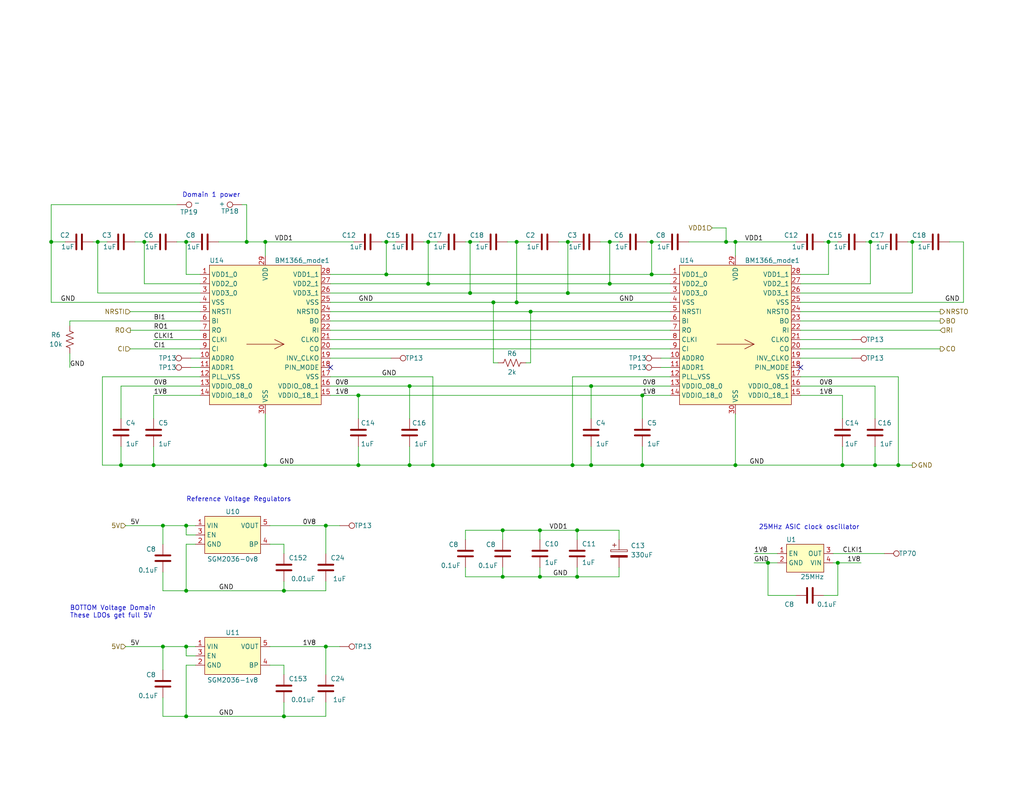
<source format=kicad_sch>
(kicad_sch (version 20231120) (generator "eeschema") (generator_version "8.0")
  (paper "A")
  (title_block (title "bitaxeHex") (date "2024-03-09") (rev "304"))
  (lib_symbols
    (symbol "BM1366_mode1_1"
      (property "Reference" "U14" (at 1.9559 24.13 0))
      (property "Value" "BM1366_mode1" (at 1.9559 21.59 0))
      (symbol "BM1366_mode1_1_0_1"
        (rectangle (start -15.24 20.32) (end 15.24 -17.78) (fill (type background)))
        (polyline (pts (xy 5.08 -1.27) (xy -5.08 -1.27)))
        (polyline (pts (xy 5.08 -1.27) (xy 2.54 -2.54)))
        (polyline (pts (xy 5.08 -1.27) (xy 2.54 0)))
      )
      (symbol "BM1366_mode1_1_1_1"
        (pin power_in line (at -17.78 17.78 0) (length 2.54) (name "VDD1_0") (number "1"))
        (pin input line (at -17.78 -5.08 0) (length 2.54) (name "ADDR0") (number "10"))
        (pin input line (at -17.78 -7.62 0) (length 2.54) (name "ADDR1") (number "11"))
        (pin power_in line (at -17.78 -10.16 0) (length 2.54) (name "PLL_VSS") (number "12"))
        (pin power_in line (at -17.78 -12.7 0) (length 2.54) (name "VDDIO_08_0") (number "13"))
        (pin power_in line (at -17.78 -15.24 0) (length 2.54) (name "VDDIO_18_0") (number "14"))
        (pin power_in line (at 17.78 -15.24 180) (length 2.54) (name "VDDIO_18_1") (number "15"))
        (pin power_in line (at 17.78 -12.7 180) (length 2.54) (name "VDDIO_08_1") (number "16"))
        (pin power_in line (at 17.78 -10.16 180) (length 2.54) (name "VSS") (number "17"))
        (pin input line (at 17.78 -7.62 180) (length 2.54) (name "PIN_MODE") (number "18"))
        (pin output line (at 17.78 -5.08 180) (length 2.54) (name "INV_CLKO") (number "19"))
        (pin power_in line (at -17.78 15.24 0) (length 2.54) (name "VDD2_0") (number "2"))
        (pin output line (at 17.78 -2.54 180) (length 2.54) (name "CO") (number "20"))
        (pin output line (at 17.78 0 180) (length 2.54) (name "CLKO") (number "21"))
        (pin input line (at 17.78 2.54 180) (length 2.54) (name "RI") (number "22"))
        (pin output line (at 17.78 5.08 180) (length 2.54) (name "BO") (number "23"))
        (pin output line (at 17.78 7.62 180) (length 2.54) (name "NRSTO") (number "24"))
        (pin power_in line (at 17.78 10.16 180) (length 2.54) (name "VSS") (number "25"))
        (pin power_in line (at 17.78 12.7 180) (length 2.54) (name "VDD3_1") (number "26"))
        (pin power_in line (at 17.78 15.24 180) (length 2.54) (name "VDD2_1") (number "27"))
        (pin power_in line (at 17.78 17.78 180) (length 2.54) (name "VDD1_1") (number "28"))
        (pin power_in line (at 0 22.86 270) (length 2.54) (name "VDD") (number "29"))
        (pin power_in line (at -17.78 12.7 0) (length 2.54) (name "VDD3_0") (number "3"))
        (pin power_in line (at 0 -20.32 90) (length 2.54) (name "VSS") (number "30"))
        (pin power_in line (at -17.78 10.16 0) (length 2.54) (name "VSS") (number "4"))
        (pin input line (at -17.78 7.62 0) (length 2.54) (name "NRSTI") (number "5"))
        (pin input line (at -17.78 5.08 0) (length 2.54) (name "BI") (number "6"))
        (pin output line (at -17.78 2.54 0) (length 2.54) (name "RO") (number "7"))
        (pin input line (at -17.78 0 0) (length 2.54) (name "CLKI") (number "8"))
        (pin input line (at -17.78 -2.54 0) (length 2.54) (name "CI") (number "9"))
      )
    )
    (symbol "Connector:TestPoint" (pin_numbers hide) (pin_names (offset 0.762) hide)
      (property "Reference" "TP" (at 0 6.858 0))
      (property "Value" "TestPoint" (at 0 5.08 0))
      (symbol "TestPoint_0_1"
        (circle (center 0 3.302) (radius 0.762))
      )
      (symbol "TestPoint_1_1"
        (pin passive line (at 0 0 90) (length 2.54) (name "1") (number "1"))
      )
    )
    (symbol "Device:C" (pin_numbers hide) (pin_names (offset 0.254))
      (property "Reference" "C" (at 0.635 2.54 0))
      (property "Value" "C" (at 0.635 -2.54 0))
      (symbol "C_0_1"
        (polyline (pts (xy -2.032 -0.762) (xy 2.032 -0.762)) (stroke (width 0.508)))
        (polyline (pts (xy -2.032 0.762) (xy 2.032 0.762)) (stroke (width 0.508)))
      )
      (symbol "C_1_1"
        (pin passive line (at 0 3.81 270) (length 2.794) (name "~") (number "1"))
        (pin passive line (at 0 -3.81 90) (length 2.794) (name "~") (number "2"))
      )
    )
    (symbol "Device:C_Polarized" (pin_numbers hide) (pin_names (offset 0.254))
      (property "Reference" "C" (at 0.635 2.54 0))
      (property "Value" "C_Polarized" (at 0.635 -2.54 0))
      (symbol "C_Polarized_0_1"
        (rectangle (start -2.286 0.508) (end 2.286 1.016))
        (polyline (pts (xy -1.778 2.286) (xy -0.762 2.286)))
        (polyline (pts (xy -1.27 2.794) (xy -1.27 1.778)))
        (rectangle (start 2.286 -0.508) (end -2.286 -1.016) (fill (type outline)))
      )
      (symbol "C_Polarized_1_1"
        (pin passive line (at 0 3.81 270) (length 2.794) (name "~") (number "1"))
        (pin passive line (at 0 -3.81 90) (length 2.794) (name "~") (number "2"))
      )
    )
    (symbol "Device:R_US" (pin_numbers hide) (pin_names (offset 0))
      (property "Reference" "R" (at 2.54 0 90))
      (property "Value" "R_US" (at -2.54 0 90))
      (symbol "R_US_0_1"
        (polyline (pts (xy 0 -2.286) (xy 0 -2.54)))
        (polyline (pts (xy 0 2.286) (xy 0 2.54)))
        (polyline (pts (xy 0 -0.762) (xy 1.016 -1.143) (xy 0 -1.524) (xy -1.016 -1.905) (xy 0 -2.286)))
        (polyline (pts (xy 0 0.762) (xy 1.016 0.381) (xy 0 0) (xy -1.016 -0.381) (xy 0 -0.762)))
        (polyline (pts (xy 0 2.286) (xy 1.016 1.905) (xy 0 1.524) (xy -1.016 1.143) (xy 0 0.762)))
      )
      (symbol "R_US_1_1"
        (pin passive line (at 0 3.81 270) (length 1.27) (name "~") (number "1"))
        (pin passive line (at 0 -3.81 90) (length 1.27) (name "~") (number "2"))
      )
    )
    (symbol "SGM2036_1"
      (property "Reference" "U" (at -7.62 5.08 0))
      (property "Value" "SGM2036" (at 5.08 5.08 0))
      (symbol "SGM2036_1_0_1"
        (rectangle (start -7.62 3.81) (end 7.62 -6.35) (stroke (width 0.1524)) (fill (type background)))
      )
      (symbol "SGM2036_1_1_0"
        (pin power_in line (at -10.16 1.27 0) (length 2.54) (name "VIN") (number "1"))
        (pin bidirectional line (at -10.16 -3.81 0) (length 2.54) (name "GND") (number "2"))
        (pin input line (at -10.16 -1.27 0) (length 2.54) (name "EN") (number "3"))
        (pin bidirectional line (at 10.16 -3.81 180) (length 2.54) (name "BP") (number "4"))
        (pin power_out line (at 10.16 1.27 180) (length 2.54) (name "VOUT") (number "5"))
      )
    )
    (symbol "bitaxe:BM1366_mode1"
      (property "Reference" "U14" (at 1.9559 24.13 0))
      (property "Value" "BM1366_mode1" (at 1.9559 21.59 0))
      (symbol "BM1366_mode1_0_1"
        (rectangle (start -15.24 20.32) (end 15.24 -17.78) (fill (type background)))
        (polyline (pts (xy 5.08 -1.27) (xy -5.08 -1.27)))
        (polyline (pts (xy 5.08 -1.27) (xy 2.54 -2.54)))
        (polyline (pts (xy 5.08 -1.27) (xy 2.54 0)))
      )
      (symbol "BM1366_mode1_1_1"
        (pin power_in line (at -17.78 17.78 0) (length 2.54) (name "VDD1_0") (number "1"))
        (pin input line (at -17.78 -5.08 0) (length 2.54) (name "ADDR0") (number "10"))
        (pin input line (at -17.78 -7.62 0) (length 2.54) (name "ADDR1") (number "11"))
        (pin power_in line (at -17.78 -10.16 0) (length 2.54) (name "PLL_VSS") (number "12"))
        (pin power_in line (at -17.78 -12.7 0) (length 2.54) (name "VDDIO_08_0") (number "13"))
        (pin power_in line (at -17.78 -15.24 0) (length 2.54) (name "VDDIO_18_0") (number "14"))
        (pin power_in line (at 17.78 -15.24 180) (length 2.54) (name "VDDIO_18_1") (number "15"))
        (pin power_in line (at 17.78 -12.7 180) (length 2.54) (name "VDDIO_08_1") (number "16"))
        (pin power_in line (at 17.78 -10.16 180) (length 2.54) (name "VSS") (number "17"))
        (pin input line (at 17.78 -7.62 180) (length 2.54) (name "PIN_MODE") (number "18"))
        (pin output line (at 17.78 -5.08 180) (length 2.54) (name "INV_CLKO") (number "19"))
        (pin power_in line (at -17.78 15.24 0) (length 2.54) (name "VDD2_0") (number "2"))
        (pin output line (at 17.78 -2.54 180) (length 2.54) (name "CO") (number "20"))
        (pin output line (at 17.78 0 180) (length 2.54) (name "CLKO") (number "21"))
        (pin input line (at 17.78 2.54 180) (length 2.54) (name "RI") (number "22"))
        (pin output line (at 17.78 5.08 180) (length 2.54) (name "BO") (number "23"))
        (pin output line (at 17.78 7.62 180) (length 2.54) (name "NRSTO") (number "24"))
        (pin power_in line (at 17.78 10.16 180) (length 2.54) (name "VSS") (number "25"))
        (pin power_in line (at 17.78 12.7 180) (length 2.54) (name "VDD3_1") (number "26"))
        (pin power_in line (at 17.78 15.24 180) (length 2.54) (name "VDD2_1") (number "27"))
        (pin power_in line (at 17.78 17.78 180) (length 2.54) (name "VDD1_1") (number "28"))
        (pin power_in line (at 0 22.86 270) (length 2.54) (name "VDD") (number "29"))
        (pin power_in line (at -17.78 12.7 0) (length 2.54) (name "VDD3_0") (number "3"))
        (pin power_in line (at 0 -20.32 90) (length 2.54) (name "VSS") (number "30"))
        (pin power_in line (at -17.78 10.16 0) (length 2.54) (name "VSS") (number "4"))
        (pin input line (at -17.78 7.62 0) (length 2.54) (name "NRSTI") (number "5"))
        (pin input line (at -17.78 5.08 0) (length 2.54) (name "BI") (number "6"))
        (pin output line (at -17.78 2.54 0) (length 2.54) (name "RO") (number "7"))
        (pin input line (at -17.78 0 0) (length 2.54) (name "CLKI") (number "8"))
        (pin input line (at -17.78 -2.54 0) (length 2.54) (name "CI") (number "9"))
      )
    )
    (symbol "bitaxe:SGM2036"
      (property "Reference" "U" (at -7.62 5.08 0))
      (property "Value" "SGM2036" (at 5.08 5.08 0))
      (symbol "SGM2036_0_1"
        (rectangle (start -7.62 3.81) (end 7.62 -6.35) (stroke (width 0.1524)) (fill (type background)))
      )
      (symbol "SGM2036_1_0"
        (pin power_in line (at -10.16 1.27 0) (length 2.54) (name "VIN") (number "1"))
        (pin bidirectional line (at -10.16 -3.81 0) (length 2.54) (name "GND") (number "2"))
        (pin input line (at -10.16 -1.27 0) (length 2.54) (name "EN") (number "3"))
        (pin bidirectional line (at 10.16 -3.81 180) (length 2.54) (name "BP") (number "4"))
        (pin power_out line (at 10.16 1.27 180) (length 2.54) (name "VOUT") (number "5"))
      )
    )
    (symbol "bitaxe:oscillator"
      (property "Reference" "U" (at -3.81 5.08 0))
      (property "Value" "oscillator" (at 0 -5.08 0))
      (symbol "oscillator_0_1"
        (rectangle (start -5.08 3.81) (end 5.08 -3.81) (stroke (width 0.1524)) (fill (type background)))
      )
      (symbol "oscillator_1_0"
        (pin bidirectional line (at -7.62 1.27 0) (length 2.54) (name "EN") (number "1"))
        (pin bidirectional line (at -7.62 -1.27 0) (length 2.54) (name "GND") (number "2"))
        (pin bidirectional line (at 7.62 1.27 180) (length 2.54) (name "OUT") (number "3"))
        (pin bidirectional line (at 7.62 -1.27 180) (length 2.54) (name "VIN") (number "4"))
      )
    )
  )
  (junction (at 50.8 195.58))
  (junction (at 13.97 66.04))
  (junction (at 175.26 107.95))
  (junction (at 116.84 66.04))
  (junction (at 67.31 66.04))
  (junction (at 33.02 127))
  (junction (at 157.48 144.78))
  (junction (at 237.49 66.04))
  (junction (at 248.92 66.04))
  (junction (at 77.47 195.58))
  (junction (at 166.37 66.04))
  (junction (at 140.97 82.55))
  (junction (at 44.45 176.53))
  (junction (at 161.29 127))
  (junction (at 157.48 157.48))
  (junction (at 144.78 85.09))
  (junction (at 228.6 153.67))
  (junction (at 128.27 66.04))
  (junction (at 209.55 153.67))
  (junction (at 147.32 144.78) (diameter 0.9144))
  (junction (at 111.76 127))
  (junction (at 154.94 80.01))
  (junction (at 39.37 66.04))
  (junction (at 245.11 127))
  (junction (at 105.41 74.93))
  (junction (at 147.32 157.48) (diameter 0.9144))
  (junction (at 72.39 127))
  (junction (at 134.62 82.55))
  (junction (at 156.21 127))
  (junction (at 137.16 144.78) (diameter 0.9144))
  (junction (at 229.87 127))
  (junction (at 77.47 161.29))
  (junction (at 50.8 161.29))
  (junction (at 177.8 74.93))
  (junction (at 161.29 105.41))
  (junction (at 116.84 77.47))
  (junction (at 175.26 127))
  (junction (at 111.76 105.41))
  (junction (at 137.16 157.48) (diameter 0.9144))
  (junction (at 128.27 80.01))
  (junction (at 97.79 107.95))
  (junction (at 88.9 143.51))
  (junction (at 97.79 127))
  (junction (at 198.12 66.04))
  (junction (at 88.9 176.53))
  (junction (at 177.8 66.04))
  (junction (at 238.76 127))
  (junction (at 105.41 66.04))
  (junction (at 44.45 143.51))
  (junction (at 200.66 127))
  (junction (at 154.94 66.04))
  (junction (at 50.8 143.51))
  (junction (at 50.8 176.53))
  (junction (at 140.97 66.04))
  (junction (at 41.91 127))
  (junction (at 226.06 66.04))
  (junction (at 166.37 77.47))
  (junction (at 50.8 66.04))
  (junction (at 118.11 127))
  (junction (at 26.67 66.04))
  (junction (at 200.66 66.04))
  (junction (at 72.39 66.04))
  (no_connect (at 218.44 100.33))
  (no_connect (at 90.17 100.33))
  (wire (pts (xy 27.94 102.87) (xy 54.61 102.87)))
  (wire (pts (xy 67.31 55.88) (xy 67.31 66.04)))
  (wire (pts (xy 156.21 102.87) (xy 182.88 102.87)))
  (wire (pts (xy 127 66.04) (xy 128.27 66.04)))
  (wire (pts (xy 27.94 127) (xy 33.02 127)))
  (wire (pts (xy 41.91 107.95) (xy 54.61 107.95)))
  (wire (pts (xy 90.17 102.87) (xy 118.11 102.87)))
  (wire (pts (xy 26.67 80.01) (xy 26.67 66.04)))
  (wire (pts (xy 48.26 66.04) (xy 50.8 66.04)))
  (wire (pts (xy 218.44 102.87) (xy 245.11 102.87)))
  (wire (pts (xy 156.21 127) (xy 161.29 127)))
  (wire (pts (xy 262.89 66.04) (xy 259.08 66.04)))
  (wire (pts (xy 175.26 107.95) (xy 175.26 114.3)))
  (wire (pts (xy 33.02 105.41) (xy 33.02 114.3)))
  (wire (pts (xy 50.8 143.51) (xy 53.34 143.51)))
  (wire (pts (xy 152.4 66.04) (xy 154.94 66.04)))
  (wire (pts (xy 52.07 100.33) (xy 54.61 100.33)))
  (wire (pts (xy 41.91 127) (xy 72.39 127)))
  (wire (pts (xy 90.17 90.17) (xy 182.88 90.17)))
  (wire (pts (xy 35.56 90.17) (xy 54.61 90.17)))
  (wire (pts (xy 77.47 181.61) (xy 77.47 184.15)))
  (wire (pts (xy 111.76 105.41) (xy 161.29 105.41)))
  (wire (pts (xy 224.79 66.04) (xy 226.06 66.04)))
  (wire (pts (xy 175.26 121.92) (xy 175.26 127)))
  (wire (pts (xy 53.34 148.59) (xy 50.8 148.59)))
  (wire (pts (xy 77.47 195.58) (xy 77.47 191.77)))
  (wire (pts (xy 218.44 80.01) (xy 248.92 80.01)))
  (wire (pts (xy 90.17 77.47) (xy 116.84 77.47)))
  (wire (pts (xy 50.8 148.59) (xy 50.8 161.29)))
  (wire (pts (xy 13.97 82.55) (xy 13.97 66.04)))
  (wire (pts (xy 53.34 181.61) (xy 50.8 181.61)))
  (wire (pts (xy 137.16 157.48) (xy 147.32 157.48)))
  (wire (pts (xy 200.66 113.03) (xy 200.66 127)))
  (wire (pts (xy 140.97 66.04) (xy 144.78 66.04)))
  (wire (pts (xy 156.21 102.87) (xy 156.21 127)))
  (wire (pts (xy 177.8 66.04) (xy 180.34 66.04)))
  (wire (pts (xy 73.66 143.51) (xy 88.9 143.51)))
  (wire (pts (xy 128.27 66.04) (xy 130.81 66.04)))
  (wire (pts (xy 161.29 127) (xy 161.29 121.92)))
  (wire (pts (xy 111.76 127) (xy 118.11 127)))
  (wire (pts (xy 137.16 157.48) (xy 127 157.48)))
  (wire (pts (xy 218.44 77.47) (xy 237.49 77.47)))
  (wire (pts (xy 59.69 66.04) (xy 67.31 66.04)))
  (wire (pts (xy 19.05 87.63) (xy 19.05 88.9)))
  (wire (pts (xy 73.66 148.59) (xy 77.47 148.59)))
  (wire (pts (xy 44.45 143.51) (xy 50.8 143.51)))
  (wire (pts (xy 44.45 143.51) (xy 44.45 148.59)))
  (wire (pts (xy 44.45 161.29) (xy 50.8 161.29)))
  (wire (pts (xy 134.62 82.55) (xy 140.97 82.55)))
  (wire (pts (xy 44.45 176.53) (xy 44.45 182.88)))
  (wire (pts (xy 73.66 176.53) (xy 88.9 176.53)))
  (wire (pts (xy 116.84 77.47) (xy 166.37 77.47)))
  (wire (pts (xy 205.74 151.13) (xy 212.09 151.13)))
  (wire (pts (xy 227.33 153.67) (xy 228.6 153.67)))
  (wire (pts (xy 161.29 105.41) (xy 182.88 105.41)))
  (wire (pts (xy 111.76 105.41) (xy 111.76 114.3)))
  (wire (pts (xy 72.39 127) (xy 97.79 127)))
  (wire (pts (xy 218.44 97.79) (xy 232.41 97.79)))
  (wire (pts (xy 135.89 99.06) (xy 134.62 99.06)))
  (wire (pts (xy 137.16 147.32) (xy 137.16 144.78)))
  (wire (pts (xy 140.97 66.04) (xy 138.43 66.04)))
  (wire (pts (xy 175.26 107.95) (xy 182.88 107.95)))
  (wire (pts (xy 97.79 121.92) (xy 97.79 127)))
  (wire (pts (xy 157.48 147.32) (xy 157.48 144.78)))
  (wire (pts (xy 218.44 105.41) (xy 238.76 105.41)))
  (wire (pts (xy 127 144.78) (xy 137.16 144.78)))
  (wire (pts (xy 90.17 85.09) (xy 144.78 85.09)))
  (wire (pts (xy 90.17 74.93) (xy 105.41 74.93)))
  (wire (pts (xy 157.48 157.48) (xy 168.91 157.48)))
  (wire (pts (xy 105.41 66.04) (xy 107.95 66.04)))
  (wire (pts (xy 118.11 127) (xy 156.21 127)))
  (wire (pts (xy 88.9 158.75) (xy 88.9 161.29)))
  (wire (pts (xy 147.32 154.94) (xy 147.32 157.48)))
  (wire (pts (xy 39.37 77.47) (xy 39.37 66.04)))
  (wire (pts (xy 39.37 66.04) (xy 40.64 66.04)))
  (wire (pts (xy 144.78 85.09) (xy 182.88 85.09)))
  (wire (pts (xy 180.34 97.79) (xy 182.88 97.79)))
  (wire (pts (xy 111.76 127) (xy 111.76 121.92)))
  (wire (pts (xy 194.31 62.23) (xy 198.12 62.23)))
  (wire (pts (xy 218.44 85.09) (xy 256.54 85.09)))
  (wire (pts (xy 228.6 153.67) (xy 234.95 153.67)))
  (wire (pts (xy 209.55 153.67) (xy 212.09 153.67)))
  (wire (pts (xy 33.02 121.92) (xy 33.02 127)))
  (wire (pts (xy 53.34 179.07) (xy 50.8 179.07)))
  (wire (pts (xy 128.27 80.01) (xy 128.27 66.04)))
  (wire (pts (xy 218.44 95.25) (xy 256.54 95.25)))
  (wire (pts (xy 13.97 66.04) (xy 13.97 55.88)))
  (wire (pts (xy 247.65 66.04) (xy 248.92 66.04)))
  (wire (pts (xy 90.17 97.79) (xy 106.68 97.79)))
  (wire (pts (xy 36.83 66.04) (xy 39.37 66.04)))
  (wire (pts (xy 218.44 82.55) (xy 262.89 82.55)))
  (wire (pts (xy 50.8 179.07) (xy 50.8 176.53)))
  (wire (pts (xy 88.9 176.53) (xy 92.71 176.53)))
  (wire (pts (xy 26.67 66.04) (xy 29.21 66.04)))
  (wire (pts (xy 154.94 66.04) (xy 156.21 66.04)))
  (wire (pts (xy 90.17 95.25) (xy 182.88 95.25)))
  (wire (pts (xy 118.11 102.87) (xy 118.11 127)))
  (wire (pts (xy 50.8 74.93) (xy 54.61 74.93)))
  (wire (pts (xy 26.67 80.01) (xy 54.61 80.01)))
  (wire (pts (xy 180.34 100.33) (xy 182.88 100.33)))
  (wire (pts (xy 218.44 90.17) (xy 256.54 90.17)))
  (wire (pts (xy 140.97 82.55) (xy 182.88 82.55)))
  (wire (pts (xy 97.79 107.95) (xy 97.79 114.3)))
  (wire (pts (xy 157.48 154.94) (xy 157.48 157.48)))
  (wire (pts (xy 236.22 66.04) (xy 237.49 66.04)))
  (wire (pts (xy 88.9 176.53) (xy 88.9 184.15)))
  (wire (pts (xy 39.37 77.47) (xy 54.61 77.47)))
  (wire (pts (xy 217.17 66.04) (xy 200.66 66.04)))
  (wire (pts (xy 224.79 162.56) (xy 228.6 162.56)))
  (wire (pts (xy 44.45 195.58) (xy 50.8 195.58)))
  (wire (pts (xy 105.41 74.93) (xy 105.41 66.04)))
  (wire (pts (xy 73.66 181.61) (xy 77.47 181.61)))
  (wire (pts (xy 245.11 102.87) (xy 245.11 127)))
  (wire (pts (xy 177.8 66.04) (xy 177.8 74.93)))
  (wire (pts (xy 262.89 82.55) (xy 262.89 66.04)))
  (wire (pts (xy 105.41 74.93) (xy 177.8 74.93)))
  (wire (pts (xy 34.29 143.51) (xy 44.45 143.51)))
  (wire (pts (xy 116.84 66.04) (xy 119.38 66.04)))
  (wire (pts (xy 205.74 153.67) (xy 209.55 153.67)))
  (wire (pts (xy 50.8 176.53) (xy 53.34 176.53)))
  (wire (pts (xy 44.45 156.21) (xy 44.45 161.29)))
  (wire (pts (xy 13.97 66.04) (xy 17.78 66.04)))
  (wire (pts (xy 154.94 80.01) (xy 182.88 80.01)))
  (wire (pts (xy 229.87 107.95) (xy 229.87 114.3)))
  (wire (pts (xy 248.92 80.01) (xy 248.92 66.04)))
  (wire (pts (xy 137.16 154.94) (xy 137.16 157.48)))
  (wire (pts (xy 88.9 191.77) (xy 88.9 195.58)))
  (wire (pts (xy 88.9 143.51) (xy 92.71 143.51)))
  (wire (pts (xy 134.62 99.06) (xy 134.62 82.55)))
  (wire (pts (xy 25.4 66.04) (xy 26.67 66.04)))
  (wire (pts (xy 44.45 190.5) (xy 44.45 195.58)))
  (wire (pts (xy 218.44 107.95) (xy 229.87 107.95)))
  (wire (pts (xy 88.9 195.58) (xy 77.47 195.58)))
  (wire (pts (xy 218.44 74.93) (xy 226.06 74.93)))
  (wire (pts (xy 33.02 105.41) (xy 54.61 105.41)))
  (wire (pts (xy 50.8 146.05) (xy 50.8 143.51)))
  (wire (pts (xy 238.76 105.41) (xy 238.76 114.3)))
  (wire (pts (xy 96.52 66.04) (xy 72.39 66.04)))
  (wire (pts (xy 176.53 66.04) (xy 177.8 66.04)))
  (wire (pts (xy 54.61 82.55) (xy 13.97 82.55)))
  (wire (pts (xy 52.07 97.79) (xy 54.61 97.79)))
  (wire (pts (xy 90.17 80.01) (xy 128.27 80.01)))
  (wire (pts (xy 90.17 107.95) (xy 97.79 107.95)))
  (wire (pts (xy 50.8 161.29) (xy 77.47 161.29)))
  (wire (pts (xy 237.49 77.47) (xy 237.49 66.04)))
  (wire (pts (xy 175.26 127) (xy 200.66 127)))
  (wire (pts (xy 90.17 82.55) (xy 134.62 82.55)))
  (wire (pts (xy 198.12 66.04) (xy 200.66 66.04)))
  (wire (pts (xy 97.79 127) (xy 111.76 127)))
  (wire (pts (xy 209.55 162.56) (xy 209.55 153.67)))
  (wire (pts (xy 248.92 66.04) (xy 251.46 66.04)))
  (wire (pts (xy 147.32 144.78) (xy 157.48 144.78)))
  (wire (pts (xy 144.78 85.09) (xy 144.78 99.06)))
  (wire (pts (xy 34.29 176.53) (xy 44.45 176.53)))
  (wire (pts (xy 166.37 77.47) (xy 166.37 66.04)))
  (wire (pts (xy 218.44 87.63) (xy 256.54 87.63)))
  (wire (pts (xy 66.04 55.88) (xy 67.31 55.88)))
  (wire (pts (xy 238.76 127) (xy 238.76 121.92)))
  (wire (pts (xy 67.31 66.04) (xy 72.39 66.04)))
  (wire (pts (xy 143.51 99.06) (xy 144.78 99.06)))
  (wire (pts (xy 35.56 95.25) (xy 54.61 95.25)))
  (wire (pts (xy 19.05 96.52) (xy 19.05 100.33)))
  (wire (pts (xy 140.97 82.55) (xy 140.97 66.04)))
  (wire (pts (xy 41.91 107.95) (xy 41.91 114.3)))
  (wire (pts (xy 161.29 105.41) (xy 161.29 114.3)))
  (wire (pts (xy 226.06 66.04) (xy 228.6 66.04)))
  (wire (pts (xy 72.39 66.04) (xy 72.39 69.85)))
  (wire (pts (xy 77.47 161.29) (xy 77.47 158.75)))
  (wire (pts (xy 50.8 181.61) (xy 50.8 195.58)))
  (wire (pts (xy 77.47 161.29) (xy 88.9 161.29)))
  (wire (pts (xy 33.02 127) (xy 41.91 127)))
  (wire (pts (xy 229.87 121.92) (xy 229.87 127)))
  (wire (pts (xy 116.84 77.47) (xy 116.84 66.04)))
  (wire (pts (xy 50.8 195.58) (xy 77.47 195.58)))
  (wire (pts (xy 27.94 102.87) (xy 27.94 127)))
  (wire (pts (xy 53.34 146.05) (xy 50.8 146.05)))
  (wire (pts (xy 90.17 105.41) (xy 111.76 105.41)))
  (wire (pts (xy 154.94 80.01) (xy 154.94 66.04)))
  (wire (pts (xy 41.91 92.71) (xy 54.61 92.71)))
  (wire (pts (xy 217.17 162.56) (xy 209.55 162.56)))
  (wire (pts (xy 77.47 148.59) (xy 77.47 151.13)))
  (wire (pts (xy 90.17 87.63) (xy 182.88 87.63)))
  (wire (pts (xy 168.91 154.94) (xy 168.91 157.48)))
  (wire (pts (xy 104.14 66.04) (xy 105.41 66.04)))
  (wire (pts (xy 137.16 144.78) (xy 147.32 144.78)))
  (wire (pts (xy 128.27 80.01) (xy 154.94 80.01)))
  (wire (pts (xy 168.91 147.32) (xy 168.91 144.78)))
  (wire (pts (xy 218.44 92.71) (xy 232.41 92.71)))
  (wire (pts (xy 50.8 66.04) (xy 50.8 74.93)))
  (wire (pts (xy 35.56 85.09) (xy 54.61 85.09)))
  (wire (pts (xy 245.11 127) (xy 248.92 127)))
  (wire (pts (xy 44.45 176.53) (xy 50.8 176.53)))
  (wire (pts (xy 227.33 151.13) (xy 241.3 151.13)))
  (wire (pts (xy 200.66 127) (xy 229.87 127)))
  (wire (pts (xy 13.97 55.88) (xy 48.26 55.88)))
  (wire (pts (xy 198.12 62.23) (xy 198.12 66.04)))
  (wire (pts (xy 161.29 127) (xy 175.26 127)))
  (wire (pts (xy 177.8 74.93) (xy 182.88 74.93)))
  (wire (pts (xy 90.17 92.71) (xy 182.88 92.71)))
  (wire (pts (xy 166.37 77.47) (xy 182.88 77.47)))
  (wire (pts (xy 157.48 144.78) (xy 168.91 144.78)))
  (wire (pts (xy 147.32 147.32) (xy 147.32 144.78)))
  (wire (pts (xy 97.79 107.95) (xy 175.26 107.95)))
  (wire (pts (xy 115.57 66.04) (xy 116.84 66.04)))
  (wire (pts (xy 228.6 162.56) (xy 228.6 153.67)))
  (wire (pts (xy 166.37 66.04) (xy 168.91 66.04)))
  (wire (pts (xy 127 154.94) (xy 127 157.48)))
  (wire (pts (xy 237.49 66.04) (xy 240.03 66.04)))
  (wire (pts (xy 88.9 143.51) (xy 88.9 151.13)))
  (wire (pts (xy 229.87 127) (xy 238.76 127)))
  (wire (pts (xy 245.11 127) (xy 238.76 127)))
  (wire (pts (xy 72.39 113.03) (xy 72.39 127)))
  (wire (pts (xy 187.96 66.04) (xy 198.12 66.04)))
  (wire (pts (xy 226.06 74.93) (xy 226.06 66.04)))
  (wire (pts (xy 50.8 66.04) (xy 52.07 66.04)))
  (wire (pts (xy 163.83 66.04) (xy 166.37 66.04)))
  (wire (pts (xy 41.91 121.92) (xy 41.91 127)))
  (wire (pts (xy 157.48 157.48) (xy 147.32 157.48)))
  (wire (pts (xy 127 147.32) (xy 127 144.78)))
  (wire (pts (xy 19.05 87.63) (xy 54.61 87.63)))
  (wire (pts (xy 200.66 66.04) (xy 200.66 69.85)))
  (text "Reference Voltage Regulators" (at 50.8 137.16 0) (effects (font (size 1.27 1.27)) (justify left bottom)))
  (text "BOTTOM Voltage Domain\nThese LDOs get full 5V" (at 19.05 168.91 0) (effects (font (size 1.27 1.27)) (justify left bottom)))
  (text "Domain 1 power" (at 57.658 53.34 0) (effects (font (size 1.27 1.27))))
  (text "25MHz ASIC clock oscillator" (at 207.01 144.78 0) (effects (font (size 1.27 1.27)) (justify left bottom)))
  (label "GND" (at 154.94 157.48 180))
  (label "GND" (at 257.81 82.55 0))
  (label "0V8" (at 41.91 105.41 0))
  (label "GND" (at 19.05 100.33 0))
  (label "GND" (at 204.47 127 0))
  (label "RO1" (at 41.91 90.17 0))
  (label "VDD1" (at 149.86 144.78 0))
  (label "BI1" (at 41.91 87.63 0))
  (label "VDD1" (at 203.2 66.04 0))
  (label "GND" (at 59.69 195.58 0))
  (label "1V8" (at 205.74 151.13 0))
  (label "CLKI1" (at 41.91 92.71 0))
  (label "GND" (at 59.69 161.29 0))
  (label "VDD1" (at 74.93 66.04 0))
  (label "5V" (at 35.56 143.51 0))
  (label "GND" (at 16.51 82.55 0))
  (label "5V" (at 35.56 176.53 0))
  (label "0V8" (at 175.26 105.41 0))
  (label "GND" (at 97.79 82.55 0))
  (label "0V8" (at 223.52 105.41 0))
  (label "GND" (at 104.14 102.87 0))
  (label "1V8" (at 91.44 107.95 0))
  (label "1V8" (at 231.14 153.67 0))
  (label "CI1" (at 41.91 95.25 0))
  (label "0V8" (at 91.44 105.41 0))
  (label "GND" (at 205.74 153.67 0))
  (label "CLKI1" (at 229.87 151.13 0))
  (label "1V8" (at 82.55 176.53 0))
  (label "GND" (at 168.91 82.55 0))
  (label "1V8" (at 41.91 107.95 0))
  (label "1V8" (at 175.26 107.95 0))
  (label "GND" (at 76.2 127 0))
  (label "0V8" (at 82.55 143.51 0))
  (label "1V8" (at 223.52 107.95 0))
  (hierarchical_label "NRSTI" (shape input) (at 35.56 85.09 180))
  (hierarchical_label "CI" (shape input) (at 35.56 95.25 180))
  (hierarchical_label "RI" (shape input) (at 256.54 90.17 0))
  (hierarchical_label "5V" (shape input) (at 34.29 176.53 180))
  (hierarchical_label "NRSTO" (shape output) (at 256.54 85.09 0))
  (hierarchical_label "CO" (shape output) (at 256.54 95.25 0))
  (hierarchical_label "GND" (shape output) (at 248.92 127 0))
  (hierarchical_label "5V" (shape input) (at 34.29 143.51 180))
  (hierarchical_label "VDD1" (shape input) (at 194.31 62.23 180))
  (hierarchical_label "BO" (shape output) (at 256.54 87.63 0))
  (hierarchical_label "RO" (shape output) (at 35.56 90.17 180))
  (symbol (lib_id "Connector:TestPoint") (at 92.71 143.51 270) (mirror x) (unit 1) (in_bom no)
    (property "Reference" "TP13" (at 99.06 143.51 90))
    (property "Value" "TestPoint" (effects (hide yes)))
    (property "Footprint" "bitaxe:TestPoint_Pad_D1.0mm_highlight" (effects (hide yes)))
  )
  (symbol (lib_id "Device:C") (at 21.59 66.04 90) (unit 1)
    (property "Reference" "C2" (at 19.05 63.5 90) (effects (justify left bottom)))
    (property "Value" "1uF" (at 20.32 66.675 90) (effects (justify left bottom)))
    (property "Footprint" "Capacitor_SMD:C_0402_1005Metric" (effects (hide yes)))
    (property "DK" "587-5514-1-ND" (effects (hide yes)))
    (property "PARTNO" "EMK105BJ105MV-F" (effects (hide yes)))
  )
  (symbol (lib_id "Device:C") (at 172.72 66.04 90) (unit 1)
    (property "Reference" "C6" (at 170.18 63.5 90) (effects (justify left bottom)))
    (property "Value" "1uF" (at 171.45 66.675 90) (effects (justify left bottom)))
    (property "Footprint" "Capacitor_SMD:C_0402_1005Metric" (effects (hide yes)))
    (property "DK" "587-5514-1-ND" (effects (hide yes)))
    (property "PARTNO" "EMK105BJ105MV-F" (effects (hide yes)))
  )
  (symbol (lib_id "Device:C") (at 184.15 66.04 90) (unit 1)
    (property "Reference" "C8" (at 181.61 63.5 90) (effects (justify left bottom)))
    (property "Value" "1uF" (at 182.88 66.675 90) (effects (justify left bottom)))
    (property "Footprint" "Capacitor_SMD:C_0402_1005Metric" (effects (hide yes)))
    (property "DK" "587-5514-1-ND" (effects (hide yes)))
    (property "PARTNO" "EMK105BJ105MV-F" (effects (hide yes)))
  )
  (symbol (lib_id "Device:C") (at 137.16 151.13 180) (unit 1)
    (property "Reference" "C8" (at 135.255 147.955 0) (effects (justify left bottom)))
    (property "Value" "0.1uF" (at 135.89 153.67 0) (effects (justify left bottom)))
    (property "Footprint" "Capacitor_SMD:C_0402_1005Metric" (effects (hide yes)))
    (property "DK" "478-KGM05AR71C104KHCT-ND" (effects (hide yes)))
    (property "PARTNO" "KGM05AR71C104KH" (effects (hide yes)))
  )
  (symbol (lib_name "BM1366_mode1_1") (lib_id "bitaxe:BM1366_mode1") (at 72.39 92.71 0) (unit 1)
    (property "Reference" "U14" (at 57.15 71.12 0) (effects (justify left)))
    (property "Value" "BM1366_mode1" (at 74.93 71.12 0) (effects (justify left)))
    (property "Footprint" "bitaxe:BM1366" (effects (hide yes)))
  )
  (symbol (lib_id "Device:C") (at 55.88 66.04 90) (unit 1)
    (property "Reference" "C8" (at 53.34 63.5 90) (effects (justify left bottom)))
    (property "Value" "1uF" (at 54.61 66.675 90) (effects (justify left bottom)))
    (property "Footprint" "Capacitor_SMD:C_0402_1005Metric" (effects (hide yes)))
    (property "DK" "587-5514-1-ND" (effects (hide yes)))
    (property "PARTNO" "EMK105BJ105MV-F" (effects (hide yes)))
  )
  (symbol (lib_name "SGM2036_1") (lib_id "bitaxe:SGM2036") (at 63.5 144.78 0) (unit 1)
    (property "Reference" "U10" (at 63.5 139.7 0))
    (property "Value" "SGM2036-0v8" (at 63.5 152.654 0))
    (property "Footprint" "Package_TO_SOT_SMD:TSOT-23-5" (effects (hide yes)))
    (property "Datasheet" "https://static6.arrow.com/aropdfconversion/c665185286864b6f9a6bd991d86221e9e2ef3156/1640074291.pdf" (effects (hide yes)))
    (property "Description" "Fixed LDO 0.8V" (effects (hide yes)))
    (property "PARTNUM" "SGM2036-0.8YN5G/TR" (effects (hide yes)))
  )
  (symbol (lib_id "Device:C") (at 111.76 66.04 90) (unit 1)
    (property "Reference" "C15" (at 109.22 63.5 90) (effects (justify left bottom)))
    (property "Value" "1uF" (at 110.49 66.675 90) (effects (justify left bottom)))
    (property "Footprint" "Capacitor_SMD:C_0402_1005Metric" (effects (hide yes)))
    (property "DK" "587-5514-1-ND" (effects (hide yes)))
    (property "PARTNO" "EMK105BJ105MV-F" (effects (hide yes)))
  )
  (symbol (lib_id "Device:R_US") (at 139.7 99.06 90) (unit 1)
    (property "Reference" "R6" (at 139.7 96.52 90))
    (property "Value" "2k" (at 139.7 101.6 90))
    (property "Footprint" "Resistor_SMD:R_0402_1005Metric" (effects (hide yes)))
    (property "DK" "YAG2303CT-ND" (effects (hide yes)))
    (property "PARTNO" "RT0402BRD072KL" (effects (hide yes)))
  )
  (symbol (lib_id "Device:C") (at 243.84 66.04 90) (unit 1)
    (property "Reference" "C17" (at 241.3 63.5 90) (effects (justify left bottom)))
    (property "Value" "1uF" (at 242.57 66.675 90) (effects (justify left bottom)))
    (property "Footprint" "Capacitor_SMD:C_0402_1005Metric" (effects (hide yes)))
    (property "DK" "587-5514-1-ND" (effects (hide yes)))
    (property "PARTNO" "EMK105BJ105MV-F" (effects (hide yes)))
  )
  (symbol (lib_id "Device:C") (at 33.02 66.04 90) (unit 1)
    (property "Reference" "C3" (at 30.48 63.5 90) (effects (justify left bottom)))
    (property "Value" "1uF" (at 31.75 66.675 90) (effects (justify left bottom)))
    (property "Footprint" "Capacitor_SMD:C_0402_1005Metric" (effects (hide yes)))
    (property "DK" "587-5514-1-ND" (effects (hide yes)))
    (property "PARTNO" "EMK105BJ105MV-F" (effects (hide yes)))
  )
  (symbol (lib_id "Connector:TestPoint") (at 106.68 97.79 270) (mirror x) (unit 1) (in_bom no)
    (property "Reference" "TP13" (at 113.03 97.79 90))
    (property "Value" "TestPoint" (effects (hide yes)))
    (property "Footprint" "TestPoint:TestPoint_Pad_D1.0mm" (effects (hide yes)))
  )
  (symbol (lib_id "Device:C") (at 134.62 66.04 90) (unit 1)
    (property "Reference" "C18" (at 132.08 63.5 90) (effects (justify left bottom)))
    (property "Value" "1uF" (at 133.35 66.675 90) (effects (justify left bottom)))
    (property "Footprint" "Capacitor_SMD:C_0402_1005Metric" (effects (hide yes)))
    (property "DK" "587-5514-1-ND" (effects (hide yes)))
    (property "PARTNO" "EMK105BJ105MV-F" (effects (hide yes)))
  )
  (symbol (lib_id "Connector:TestPoint") (at 48.26 55.88 270) (mirror x) (unit 1) (in_bom no)
    (property "Reference" "TP19" (at 51.562 57.912 90))
    (property "Value" "-" (at 52.832 55.372 90) (effects (justify left)))
    (property "Footprint" "TestPoint:TestPoint_Pad_D1.5mm" (effects (hide yes)))
  )
  (symbol (lib_id "Device:C") (at 97.79 118.11 0) (unit 1)
    (property "Reference" "C14" (at 98.425 116.205 0) (effects (justify left bottom)))
    (property "Value" "1uF" (at 98.425 121.92 0) (effects (justify left bottom)))
    (property "Footprint" "Capacitor_SMD:C_0402_1005Metric" (effects (hide yes)))
    (property "DK" "587-5514-1-ND" (effects (hide yes)))
    (property "PARTNO" "EMK105BJ105MV-F" (effects (hide yes)))
  )
  (symbol (lib_id "Device:C") (at 77.47 187.96 0) (unit 1)
    (property "Reference" "C153" (at 78.74 186.055 0) (effects (justify left bottom)))
    (property "Value" "0.01uF" (at 79.375 191.77 0) (effects (justify left bottom)))
    (property "Footprint" "Capacitor_SMD:C_0402_1005Metric" (effects (hide yes)))
    (property "DK" "478-KGM05AR70J103KHCT-ND" (effects (hide yes)))
    (property "PARTNO" "KGM05AR70J103KH" (effects (hide yes)))
  )
  (symbol (lib_id "Device:C") (at 41.91 118.11 0) (unit 1)
    (property "Reference" "C5" (at 43.18 116.205 0) (effects (justify left bottom)))
    (property "Value" "1uF" (at 43.18 121.92 0) (effects (justify left bottom)))
    (property "Footprint" "Capacitor_SMD:C_0402_1005Metric" (effects (hide yes)))
    (property "DK" "587-5514-1-ND" (effects (hide yes)))
    (property "PARTNO" "EMK105BJ105MV-F" (effects (hide yes)))
  )
  (symbol (lib_id "Device:C") (at 229.87 118.11 0) (unit 1)
    (property "Reference" "C14" (at 230.505 116.205 0) (effects (justify left bottom)))
    (property "Value" "1uF" (at 230.505 121.92 0) (effects (justify left bottom)))
    (property "Footprint" "Capacitor_SMD:C_0402_1005Metric" (effects (hide yes)))
    (property "DK" "587-5514-1-ND" (effects (hide yes)))
    (property "PARTNO" "EMK105BJ105MV-F" (effects (hide yes)))
  )
  (symbol (lib_id "Connector:TestPoint") (at 52.07 100.33 90) (mirror x) (unit 1) (in_bom no)
    (property "Reference" "TP13" (at 45.72 100.33 90))
    (property "Value" "TestPoint" (effects (hide yes)))
    (property "Footprint" "TestPoint:TestPoint_Pad_D1.0mm" (effects (hide yes)))
  )
  (symbol (lib_id "bitaxe:oscillator") (at 219.71 152.4 0) (unit 1)
    (property "Reference" "U1" (at 215.9 147.32 0))
    (property "Value" "25MHz" (at 221.615 157.48 0))
    (property "Footprint" "bitaxe:O 25,0-JO32-B-1V3-1-T1-LF" (effects (hide yes)))
    (property "Datasheet" "https://www.jauch.com/downloadfile/5ef1edcfb8e2f73163c8ce8009ef659d1/jo32-1.8-3.3v.pdf" (effects (hide yes)))
    (property "DK" "1908-O250-JO32-B-1V3-1-T1-LFCT-ND" (effects (hide yes)))
    (property "PARTNO" "O 25,0-JO32-B-1V3-1-T1-LF" (effects (hide yes)))
  )
  (symbol (lib_id "Connector:TestPoint") (at 52.07 97.79 90) (mirror x) (unit 1) (in_bom no)
    (property "Reference" "TP13" (at 45.72 97.79 90))
    (property "Value" "TestPoint" (effects (hide yes)))
    (property "Footprint" "TestPoint:TestPoint_Pad_D1.0mm" (effects (hide yes)))
  )
  (symbol (lib_id "Connector:TestPoint") (at 180.34 100.33 90) (mirror x) (unit 1) (in_bom no)
    (property "Reference" "TP13" (at 173.99 100.33 90))
    (property "Value" "TestPoint" (effects (hide yes)))
    (property "Footprint" "TestPoint:TestPoint_Pad_D1.0mm" (effects (hide yes)))
  )
  (symbol (lib_id "Device:C") (at 238.76 118.11 0) (unit 1)
    (property "Reference" "C16" (at 239.395 116.205 0) (effects (justify left bottom)))
    (property "Value" "1uF" (at 240.03 121.92 0) (effects (justify left bottom)))
    (property "Footprint" "Capacitor_SMD:C_0402_1005Metric" (effects (hide yes)))
    (property "DK" "587-5514-1-ND" (effects (hide yes)))
    (property "PARTNO" "EMK105BJ105MV-F" (effects (hide yes)))
  )
  (symbol (lib_id "bitaxe:BM1366_mode1") (at 200.66 92.71 0) (unit 1)
    (property "Reference" "U14" (at 185.42 71.12 0) (effects (justify left)))
    (property "Value" "BM1366_mode1" (at 203.2 71.12 0) (effects (justify left)))
    (property "Footprint" "bitaxe:BM1366" (effects (hide yes)))
  )
  (symbol (lib_id "Device:C") (at 123.19 66.04 90) (unit 1)
    (property "Reference" "C17" (at 120.65 63.5 90) (effects (justify left bottom)))
    (property "Value" "1uF" (at 121.92 66.675 90) (effects (justify left bottom)))
    (property "Footprint" "Capacitor_SMD:C_0402_1005Metric" (effects (hide yes)))
    (property "DK" "587-5514-1-ND" (effects (hide yes)))
    (property "PARTNO" "EMK105BJ105MV-F" (effects (hide yes)))
  )
  (symbol (lib_id "Device:C") (at 220.98 162.56 270) (unit 1)
    (property "Reference" "C8" (at 213.995 165.735 90) (effects (justify left bottom)))
    (property "Value" "0.1uF" (at 222.885 165.735 90) (effects (justify left bottom)))
    (property "Footprint" "Capacitor_SMD:C_0402_1005Metric" (effects (hide yes)))
    (property "DK" "478-KGM05AR71C104KHCT-ND" (effects (hide yes)))
    (property "PARTNO" "KGM05AR71C104KH" (effects (hide yes)))
  )
  (symbol (lib_id "Device:C") (at 175.26 118.11 0) (unit 1)
    (property "Reference" "C5" (at 176.53 116.205 0) (effects (justify left bottom)))
    (property "Value" "1uF" (at 176.53 121.92 0) (effects (justify left bottom)))
    (property "Footprint" "Capacitor_SMD:C_0402_1005Metric" (effects (hide yes)))
    (property "DK" "587-5514-1-ND" (effects (hide yes)))
    (property "PARTNO" "EMK105BJ105MV-F" (effects (hide yes)))
  )
  (symbol (lib_id "Device:C") (at 44.45 186.69 180) (unit 1)
    (property "Reference" "C8" (at 42.545 183.515 0) (effects (justify left bottom)))
    (property "Value" "0.1uF" (at 43.18 189.23 0) (effects (justify left bottom)))
    (property "Footprint" "Capacitor_SMD:C_0402_1005Metric" (effects (hide yes)))
    (property "DK" "478-KGM05AR71C104KHCT-ND" (effects (hide yes)))
    (property "PARTNO" "KGM05AR71C104KH" (effects (hide yes)))
  )
  (symbol (lib_id "Device:C") (at 160.02 66.04 90) (unit 1)
    (property "Reference" "C3" (at 157.48 63.5 90) (effects (justify left bottom)))
    (property "Value" "1uF" (at 158.75 66.675 90) (effects (justify left bottom)))
    (property "Footprint" "Capacitor_SMD:C_0402_1005Metric" (effects (hide yes)))
    (property "DK" "587-5514-1-ND" (effects (hide yes)))
    (property "PARTNO" "EMK105BJ105MV-F" (effects (hide yes)))
  )
  (symbol (lib_id "Connector:TestPoint") (at 232.41 92.71 270) (mirror x) (unit 1) (in_bom no)
    (property "Reference" "TP13" (at 238.76 92.71 90))
    (property "Value" "TestPoint" (effects (hide yes)))
    (property "Footprint" "TestPoint:TestPoint_Pad_D1.0mm" (effects (hide yes)))
  )
  (symbol (lib_id "Connector:TestPoint") (at 180.34 97.79 90) (mirror x) (unit 1) (in_bom no)
    (property "Reference" "TP13" (at 173.99 97.79 90))
    (property "Value" "TestPoint" (effects (hide yes)))
    (property "Footprint" "TestPoint:TestPoint_Pad_D1.0mm" (effects (hide yes)))
  )
  (symbol (lib_id "Device:C") (at 232.41 66.04 90) (unit 1)
    (property "Reference" "C15" (at 229.87 63.5 90) (effects (justify left bottom)))
    (property "Value" "1uF" (at 231.14 66.675 90) (effects (justify left bottom)))
    (property "Footprint" "Capacitor_SMD:C_0402_1005Metric" (effects (hide yes)))
    (property "DK" "587-5514-1-ND" (effects (hide yes)))
    (property "PARTNO" "EMK105BJ105MV-F" (effects (hide yes)))
  )
  (symbol (lib_id "Connector:TestPoint") (at 66.04 55.88 90) (mirror x) (unit 1) (in_bom no)
    (property "Reference" "TP18" (at 62.738 57.658 90))
    (property "Value" "+" (at 61.468 55.626 90) (effects (justify left)))
    (property "Footprint" "TestPoint:TestPoint_Pad_D1.5mm" (effects (hide yes)))
  )
  (symbol (lib_id "Device:C") (at 147.32 151.13 0) (unit 1)
    (property "Reference" "C10" (at 148.59 149.225 0) (effects (justify left bottom)))
    (property "Value" "1uF" (at 148.59 154.305 0) (effects (justify left bottom)))
    (property "Footprint" "Capacitor_SMD:C_0402_1005Metric" (effects (hide yes)))
    (property "DK" "587-5514-1-ND" (effects (hide yes)))
    (property "PARTNO" "EMK105BJ105MV-F" (effects (hide yes)))
  )
  (symbol (lib_id "Device:C") (at 100.33 66.04 90) (unit 1)
    (property "Reference" "C12" (at 97.155 63.5 90) (effects (justify left bottom)))
    (property "Value" "1uF" (at 99.06 66.675 90) (effects (justify left bottom)))
    (property "Footprint" "Capacitor_SMD:C_0402_1005Metric" (effects (hide yes)))
    (property "DK" "587-5514-1-ND" (effects (hide yes)))
    (property "PARTNO" "EMK105BJ105MV-F" (effects (hide yes)))
  )
  (symbol (lib_id "Device:C") (at 157.48 151.13 0) (unit 1)
    (property "Reference" "C11" (at 158.75 149.225 0) (effects (justify left bottom)))
    (property "Value" "1uF" (at 158.75 154.305 0) (effects (justify left bottom)))
    (property "Footprint" "Capacitor_SMD:C_0402_1005Metric" (effects (hide yes)))
    (property "DK" "587-5514-1-ND" (effects (hide yes)))
    (property "PARTNO" "EMK105BJ105MV-F" (effects (hide yes)))
  )
  (symbol (lib_id "Device:C_Polarized") (at 168.91 151.13 0) (unit 1)
    (property "Reference" "C13" (at 172.085 148.9709 0) (effects (justify left)))
    (property "Value" "330uF" (at 172.085 151.5109 0) (effects (justify left)))
    (property "Footprint" "Capacitor_Tantalum_SMD:CP_EIA-7343-31_Kemet-D_Pad2.25x2.55mm_HandSolder" (effects (hide yes)))
    (property "DK" "718-1028-1-ND" (effects (hide yes)))
    (property "PARTNO" "293D337X9010E2TE3" (effects (hide yes)))
  )
  (symbol (lib_id "Device:C") (at 220.98 66.04 90) (unit 1)
    (property "Reference" "C12" (at 217.805 63.5 90) (effects (justify left bottom)))
    (property "Value" "1uF" (at 219.71 66.675 90) (effects (justify left bottom)))
    (property "Footprint" "Capacitor_SMD:C_0402_1005Metric" (effects (hide yes)))
    (property "DK" "587-5514-1-ND" (effects (hide yes)))
    (property "PARTNO" "EMK105BJ105MV-F" (effects (hide yes)))
  )
  (symbol (lib_id "Device:C") (at 161.29 118.11 0) (unit 1)
    (property "Reference" "C4" (at 162.56 116.205 0) (effects (justify left bottom)))
    (property "Value" "1uF" (at 162.56 121.92 0) (effects (justify left bottom)))
    (property "Footprint" "Capacitor_SMD:C_0402_1005Metric" (effects (hide yes)))
    (property "DK" "587-5514-1-ND" (effects (hide yes)))
    (property "PARTNO" "EMK105BJ105MV-F" (effects (hide yes)))
  )
  (symbol (lib_id "Device:C") (at 148.59 66.04 90) (unit 1)
    (property "Reference" "C2" (at 146.05 63.5 90) (effects (justify left bottom)))
    (property "Value" "1uF" (at 147.32 66.675 90) (effects (justify left bottom)))
    (property "Footprint" "Capacitor_SMD:C_0402_1005Metric" (effects (hide yes)))
    (property "DK" "587-5514-1-ND" (effects (hide yes)))
    (property "PARTNO" "EMK105BJ105MV-F" (effects (hide yes)))
  )
  (symbol (lib_id "Device:C") (at 77.47 154.94 0) (unit 1)
    (property "Reference" "C152" (at 78.74 153.035 0) (effects (justify left bottom)))
    (property "Value" "0.01uF" (at 79.375 158.75 0) (effects (justify left bottom)))
    (property "Footprint" "Capacitor_SMD:C_0402_1005Metric" (effects (hide yes)))
    (property "DK" "478-KGM05AR70J103KHCT-ND" (effects (hide yes)))
    (property "PARTNO" "KGM05AR70J103KH" (effects (hide yes)))
  )
  (symbol (lib_id "Device:C") (at 127 151.13 180) (unit 1)
    (property "Reference" "C8" (at 125.095 147.955 0) (effects (justify left bottom)))
    (property "Value" "0.1uF" (at 125.73 153.67 0) (effects (justify left bottom)))
    (property "Footprint" "Capacitor_SMD:C_0402_1005Metric" (effects (hide yes)))
    (property "DK" "478-KGM05AR71C104KHCT-ND" (effects (hide yes)))
    (property "PARTNO" "KGM05AR71C104KH" (effects (hide yes)))
  )
  (symbol (lib_id "Device:C") (at 111.76 118.11 0) (unit 1)
    (property "Reference" "C16" (at 112.395 116.205 0) (effects (justify left bottom)))
    (property "Value" "1uF" (at 113.03 121.92 0) (effects (justify left bottom)))
    (property "Footprint" "Capacitor_SMD:C_0402_1005Metric" (effects (hide yes)))
    (property "DK" "587-5514-1-ND" (effects (hide yes)))
    (property "PARTNO" "EMK105BJ105MV-F" (effects (hide yes)))
  )
  (symbol (lib_id "Device:C") (at 88.9 154.94 0) (unit 1)
    (property "Reference" "C24" (at 90.17 153.035 0) (effects (justify left bottom)))
    (property "Value" "1uF" (at 90.805 158.75 0) (effects (justify left bottom)))
    (property "Footprint" "Capacitor_SMD:C_0402_1005Metric" (effects (hide yes)))
    (property "DK" "587-5514-1-ND" (effects (hide yes)))
    (property "PARTNO" "EMK105BJ105MV-F" (effects (hide yes)))
  )
  (symbol (lib_id "Device:C") (at 33.02 118.11 0) (unit 1)
    (property "Reference" "C4" (at 34.29 116.205 0) (effects (justify left bottom)))
    (property "Value" "1uF" (at 34.29 121.92 0) (effects (justify left bottom)))
    (property "Footprint" "Capacitor_SMD:C_0402_1005Metric" (effects (hide yes)))
    (property "DK" "587-5514-1-ND" (effects (hide yes)))
    (property "PARTNO" "EMK105BJ105MV-F" (effects (hide yes)))
  )
  (symbol (lib_id "Device:C") (at 88.9 187.96 0) (unit 1)
    (property "Reference" "C24" (at 90.17 186.055 0) (effects (justify left bottom)))
    (property "Value" "1uF" (at 90.805 191.77 0) (effects (justify left bottom)))
    (property "Footprint" "Capacitor_SMD:C_0402_1005Metric" (effects (hide yes)))
    (property "DK" "587-5514-1-ND" (effects (hide yes)))
    (property "PARTNO" "EMK105BJ105MV-F" (effects (hide yes)))
  )
  (symbol (lib_id "Device:C") (at 255.27 66.04 90) (unit 1)
    (property "Reference" "C18" (at 252.73 63.5 90) (effects (justify left bottom)))
    (property "Value" "1uF" (at 254 66.675 90) (effects (justify left bottom)))
    (property "Footprint" "Capacitor_SMD:C_0402_1005Metric" (effects (hide yes)))
    (property "DK" "587-5514-1-ND" (effects (hide yes)))
    (property "PARTNO" "EMK105BJ105MV-F" (effects (hide yes)))
  )
  (symbol (lib_id "Connector:TestPoint") (at 232.41 97.79 270) (mirror x) (unit 1) (in_bom no)
    (property "Reference" "TP13" (at 238.76 97.79 90))
    (property "Value" "TestPoint" (effects (hide yes)))
    (property "Footprint" "TestPoint:TestPoint_Pad_D1.0mm" (effects (hide yes)))
  )
  (symbol (lib_id "Device:R_US") (at 19.05 92.71 180) (unit 1)
    (property "Reference" "R6" (at 15.24 91.44 0))
    (property "Value" "10k" (at 15.24 93.98 0))
    (property "Footprint" "Resistor_SMD:R_0402_1005Metric" (effects (hide yes)))
    (property "DK" "311-10KJRCT-ND" (effects (hide yes)))
    (property "PARTNO" "RC0402JR-0710KL" (effects (hide yes)))
  )
  (symbol (lib_id "bitaxe:SGM2036") (at 63.5 177.8 0) (unit 1)
    (property "Reference" "U11" (at 63.5 172.72 0))
    (property "Value" "SGM2036-1v8" (at 63.5 185.674 0))
    (property "Footprint" "Package_TO_SOT_SMD:TSOT-23-5" (effects (hide yes)))
    (property "Datasheet" "https://static6.arrow.com/aropdfconversion/c665185286864b6f9a6bd991d86221e9e2ef3156/1640074291.pdf" (effects (hide yes)))
    (property "Description" "Fixed LDO 1.8V" (effects (hide yes)))
    (property "PARTNUM" "SGM2036-1.8YN5G/TR" (effects (hide yes)))
  )
  (symbol (lib_id "Device:C") (at 44.45 66.04 90) (unit 1)
    (property "Reference" "C6" (at 41.91 63.5 90) (effects (justify left bottom)))
    (property "Value" "1uF" (at 43.18 66.675 90) (effects (justify left bottom)))
    (property "Footprint" "Capacitor_SMD:C_0402_1005Metric" (effects (hide yes)))
    (property "DK" "587-5514-1-ND" (effects (hide yes)))
    (property "PARTNO" "EMK105BJ105MV-F" (effects (hide yes)))
  )
  (symbol (lib_id "Device:C") (at 44.45 152.4 180) (unit 1)
    (property "Reference" "C8" (at 42.545 149.225 0) (effects (justify left bottom)))
    (property "Value" "0.1uF" (at 43.18 154.94 0) (effects (justify left bottom)))
    (property "Footprint" "Capacitor_SMD:C_0402_1005Metric" (effects (hide yes)))
    (property "DK" "478-KGM05AR71C104KHCT-ND" (effects (hide yes)))
    (property "PARTNO" "KGM05AR71C104KH" (effects (hide yes)))
  )
  (symbol (lib_id "Connector:TestPoint") (at 241.3 151.13 270) (mirror x) (unit 1) (in_bom no)
    (property "Reference" "TP70" (at 247.65 151.13 90))
    (property "Value" "TestPoint" (effects (hide yes)))
    (property "Footprint" "bitaxe:TestPoint_Pad_D1.0mm_highlight" (effects (hide yes)))
  )
  (symbol (lib_id "Connector:TestPoint") (at 92.71 176.53 270) (mirror x) (unit 1) (in_bom no)
    (property "Reference" "TP13" (at 99.06 176.53 90))
    (property "Value" "TestPoint" (effects (hide yes)))
    (property "Footprint" "bitaxe:TestPoint_Pad_D1.0mm_highlight" (effects (hide yes)))
  )
)
</source>
